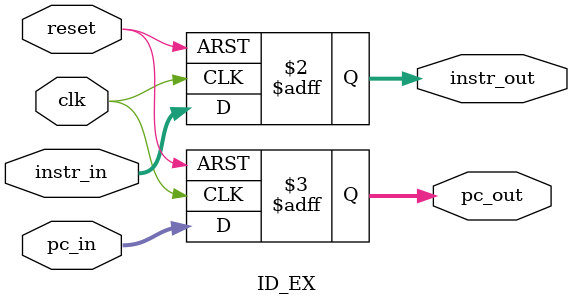
<source format=v>

`timescale 1ns / 1ns

module ID_EX (
    input clk,
    input reset,
    input [31:0] instr_in,
    input [31:0] pc_in,
    output reg [31:0] instr_out,
    output reg [31:0] pc_out
);

    always @(posedge clk or posedge reset) begin
        if (reset) begin
            instr_out <= 32'b0;
            pc_out <= 32'b0;
        end else begin
            instr_out <= instr_in;
            pc_out <= pc_in;
        end
    end
endmodule

</source>
